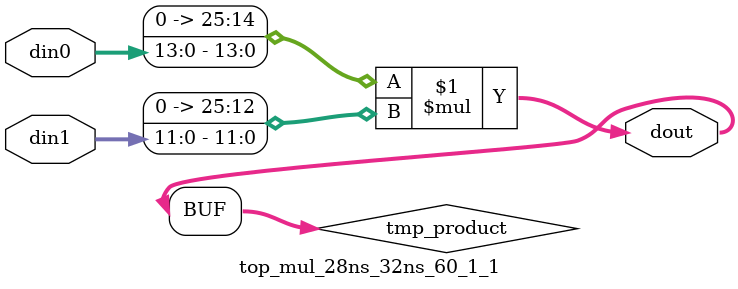
<source format=v>

`timescale 1 ns / 1 ps

  module top_mul_28ns_32ns_60_1_1(din0, din1, dout);
parameter ID = 1;
parameter NUM_STAGE = 0;
parameter din0_WIDTH = 14;
parameter din1_WIDTH = 12;
parameter dout_WIDTH = 26;

input [din0_WIDTH - 1 : 0] din0; 
input [din1_WIDTH - 1 : 0] din1; 
output [dout_WIDTH - 1 : 0] dout;

wire signed [dout_WIDTH - 1 : 0] tmp_product;










assign tmp_product = $signed({1'b0, din0}) * $signed({1'b0, din1});











assign dout = tmp_product;







endmodule

</source>
